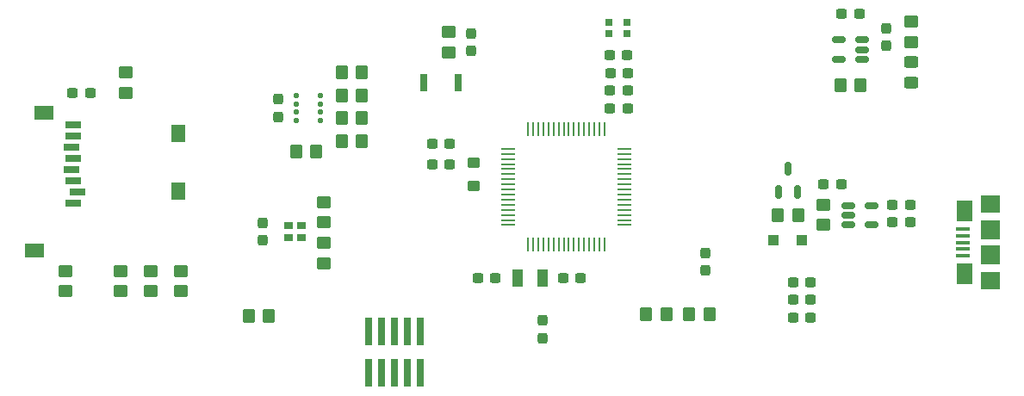
<source format=gbr>
%TF.GenerationSoftware,KiCad,Pcbnew,7.0.2-0*%
%TF.CreationDate,2024-03-04T00:44:33-08:00*%
%TF.ProjectId,EE156_4_Layer,45453135-365f-4345-9f4c-617965722e6b,rev?*%
%TF.SameCoordinates,Original*%
%TF.FileFunction,Paste,Top*%
%TF.FilePolarity,Positive*%
%FSLAX46Y46*%
G04 Gerber Fmt 4.6, Leading zero omitted, Abs format (unit mm)*
G04 Created by KiCad (PCBNEW 7.0.2-0) date 2024-03-04 00:44:33*
%MOMM*%
%LPD*%
G01*
G04 APERTURE LIST*
G04 Aperture macros list*
%AMRoundRect*
0 Rectangle with rounded corners*
0 $1 Rounding radius*
0 $2 $3 $4 $5 $6 $7 $8 $9 X,Y pos of 4 corners*
0 Add a 4 corners polygon primitive as box body*
4,1,4,$2,$3,$4,$5,$6,$7,$8,$9,$2,$3,0*
0 Add four circle primitives for the rounded corners*
1,1,$1+$1,$2,$3*
1,1,$1+$1,$4,$5*
1,1,$1+$1,$6,$7*
1,1,$1+$1,$8,$9*
0 Add four rect primitives between the rounded corners*
20,1,$1+$1,$2,$3,$4,$5,0*
20,1,$1+$1,$4,$5,$6,$7,0*
20,1,$1+$1,$6,$7,$8,$9,0*
20,1,$1+$1,$8,$9,$2,$3,0*%
G04 Aperture macros list end*
%ADD10R,0.660400X2.768600*%
%ADD11R,1.346200X0.279400*%
%ADD12R,0.279400X1.346200*%
%ADD13RoundRect,0.250000X0.450000X-0.350000X0.450000X0.350000X-0.450000X0.350000X-0.450000X-0.350000X0*%
%ADD14RoundRect,0.237500X0.237500X-0.300000X0.237500X0.300000X-0.237500X0.300000X-0.237500X-0.300000X0*%
%ADD15R,0.800000X1.700000*%
%ADD16R,1.000000X1.800000*%
%ADD17RoundRect,0.250000X0.300000X0.300000X-0.300000X0.300000X-0.300000X-0.300000X0.300000X-0.300000X0*%
%ADD18RoundRect,0.125000X-0.137500X0.125000X-0.137500X-0.125000X0.137500X-0.125000X0.137500X0.125000X0*%
%ADD19R,0.812800X0.660400*%
%ADD20RoundRect,0.150000X-0.512500X-0.150000X0.512500X-0.150000X0.512500X0.150000X-0.512500X0.150000X0*%
%ADD21RoundRect,0.150000X0.512500X0.150000X-0.512500X0.150000X-0.512500X-0.150000X0.512500X-0.150000X0*%
%ADD22RoundRect,0.250000X-0.450000X0.350000X-0.450000X-0.350000X0.450000X-0.350000X0.450000X0.350000X0*%
%ADD23RoundRect,0.250000X0.350000X0.450000X-0.350000X0.450000X-0.350000X-0.450000X0.350000X-0.450000X0*%
%ADD24RoundRect,0.250000X-0.350000X-0.450000X0.350000X-0.450000X0.350000X0.450000X-0.350000X0.450000X0*%
%ADD25RoundRect,0.150000X0.150000X-0.512500X0.150000X0.512500X-0.150000X0.512500X-0.150000X-0.512500X0*%
%ADD26RoundRect,0.250000X-0.350000X0.275000X-0.350000X-0.275000X0.350000X-0.275000X0.350000X0.275000X0*%
%ADD27R,1.900000X1.400000*%
%ADD28R,1.400000X1.800000*%
%ADD29R,1.500000X0.800000*%
%ADD30R,1.900000X1.800000*%
%ADD31R,1.900000X1.900000*%
%ADD32R,1.600000X2.100000*%
%ADD33R,1.350000X0.400000*%
%ADD34RoundRect,0.250000X0.450000X-0.325000X0.450000X0.325000X-0.450000X0.325000X-0.450000X-0.325000X0*%
%ADD35R,0.700000X0.700000*%
%ADD36RoundRect,0.237500X-0.237500X0.300000X-0.237500X-0.300000X0.237500X-0.300000X0.237500X0.300000X0*%
%ADD37RoundRect,0.237500X-0.300000X-0.237500X0.300000X-0.237500X0.300000X0.237500X-0.300000X0.237500X0*%
%ADD38RoundRect,0.237500X0.300000X0.237500X-0.300000X0.237500X-0.300000X-0.237500X0.300000X-0.237500X0*%
G04 APERTURE END LIST*
D10*
%TO.C,J4*%
X194500000Y-122460004D03*
X194500000Y-126500000D03*
X193230000Y-122460004D03*
X193230000Y-126500000D03*
X191960000Y-122460004D03*
X191960000Y-126500000D03*
X190690000Y-122460004D03*
X190690000Y-126500000D03*
X189420000Y-122460004D03*
X189420000Y-126500000D03*
%TD*%
D11*
%TO.C,U1*%
X203146200Y-112000000D03*
X203146200Y-111500001D03*
X203146200Y-111000000D03*
X203146200Y-110500001D03*
X203146200Y-109999999D03*
X203146200Y-109500000D03*
X203146200Y-109000001D03*
X203146200Y-108500000D03*
X203146200Y-108000000D03*
X203146200Y-107499999D03*
X203146200Y-107000000D03*
X203146200Y-106500001D03*
X203146200Y-105999999D03*
X203146200Y-105500000D03*
X203146200Y-104999999D03*
X203146200Y-104500000D03*
D12*
X205073100Y-102573100D03*
X205573099Y-102573100D03*
X206073100Y-102573100D03*
X206573099Y-102573100D03*
X207073101Y-102573100D03*
X207573100Y-102573100D03*
X208073099Y-102573100D03*
X208573100Y-102573100D03*
X209073100Y-102573100D03*
X209573101Y-102573100D03*
X210073100Y-102573100D03*
X210573099Y-102573100D03*
X211073101Y-102573100D03*
X211573100Y-102573100D03*
X212073101Y-102573100D03*
X212573100Y-102573100D03*
D11*
X214500000Y-104500000D03*
X214500000Y-104999999D03*
X214500000Y-105500000D03*
X214500000Y-105999999D03*
X214500000Y-106500001D03*
X214500000Y-107000000D03*
X214500000Y-107499999D03*
X214500000Y-108000000D03*
X214500000Y-108500000D03*
X214500000Y-109000001D03*
X214500000Y-109500000D03*
X214500000Y-109999999D03*
X214500000Y-110500001D03*
X214500000Y-111000000D03*
X214500000Y-111500001D03*
X214500000Y-112000000D03*
D12*
X212573100Y-113926900D03*
X212073101Y-113926900D03*
X211573100Y-113926900D03*
X211073101Y-113926900D03*
X210573099Y-113926900D03*
X210073100Y-113926900D03*
X209573101Y-113926900D03*
X209073100Y-113926900D03*
X208573100Y-113926900D03*
X208073099Y-113926900D03*
X207573100Y-113926900D03*
X207073101Y-113926900D03*
X206573099Y-113926900D03*
X206073100Y-113926900D03*
X205573099Y-113926900D03*
X205073100Y-113926900D03*
%TD*%
D13*
%TO.C,R3*%
X197250000Y-95000000D03*
X197250000Y-93000000D03*
%TD*%
D14*
%TO.C,C6*%
X199500000Y-94862500D03*
X199500000Y-93137500D03*
%TD*%
D15*
%TO.C,S1*%
X198200000Y-98000000D03*
X194800000Y-98000000D03*
%TD*%
D16*
%TO.C,X1*%
X204000000Y-117250000D03*
X206500000Y-117250000D03*
%TD*%
D17*
%TO.C,D2*%
X232000000Y-113500000D03*
X229200000Y-113500000D03*
%TD*%
D18*
%TO.C,U6*%
X182312500Y-99300000D03*
X182312500Y-100100000D03*
X182312500Y-100900000D03*
X182312500Y-101700000D03*
X184687500Y-101700000D03*
X184687500Y-100900000D03*
X184687500Y-100100000D03*
X184687500Y-99300000D03*
%TD*%
D19*
%TO.C,U4*%
X182750000Y-112050002D03*
X182750000Y-113250000D03*
X181556200Y-113250000D03*
X181556200Y-112050002D03*
%TD*%
D20*
%TO.C,U3*%
X238862500Y-110100000D03*
X238862500Y-112000000D03*
X236587500Y-112000000D03*
X236587500Y-111050000D03*
X236587500Y-110100000D03*
%TD*%
D21*
%TO.C,U2*%
X235612500Y-95700000D03*
X235612500Y-93800000D03*
X237887500Y-93800000D03*
X237887500Y-94750000D03*
X237887500Y-95700000D03*
%TD*%
D13*
%TO.C,R22*%
X185000000Y-113750000D03*
X185000000Y-115750000D03*
%TD*%
D22*
%TO.C,R21*%
X185000000Y-111750000D03*
X185000000Y-109750000D03*
%TD*%
D13*
%TO.C,R18*%
X170900000Y-116500000D03*
X170900000Y-118500000D03*
%TD*%
%TO.C,R17*%
X167950000Y-116500000D03*
X167950000Y-118500000D03*
%TD*%
%TO.C,R16*%
X165000000Y-116500000D03*
X165000000Y-118500000D03*
%TD*%
%TO.C,R15*%
X159550000Y-116500000D03*
X159550000Y-118500000D03*
%TD*%
D23*
%TO.C,R14*%
X186750000Y-99250000D03*
X188750000Y-99250000D03*
%TD*%
%TO.C,R13*%
X186750000Y-101500000D03*
X188750000Y-101500000D03*
%TD*%
%TO.C,R12*%
X186750000Y-103750000D03*
X188750000Y-103750000D03*
%TD*%
D24*
%TO.C,R11*%
X184250000Y-104750000D03*
X182250000Y-104750000D03*
%TD*%
D22*
%TO.C,R10*%
X165500000Y-99000000D03*
X165500000Y-97000000D03*
%TD*%
D24*
%TO.C,R9*%
X188750000Y-97000000D03*
X186750000Y-97000000D03*
%TD*%
D23*
%TO.C,R8*%
X235750000Y-98250000D03*
X237750000Y-98250000D03*
%TD*%
D13*
%TO.C,R7*%
X234112500Y-110000000D03*
X234112500Y-112000000D03*
%TD*%
D22*
%TO.C,R6*%
X242750000Y-93975000D03*
X242750000Y-91975000D03*
%TD*%
D23*
%TO.C,R5*%
X229612500Y-111000000D03*
X231612500Y-111000000D03*
%TD*%
%TO.C,R4*%
X177600000Y-120900000D03*
X179600000Y-120900000D03*
%TD*%
D24*
%TO.C,R2*%
X218650000Y-120800000D03*
X216650000Y-120800000D03*
%TD*%
%TO.C,R1*%
X222900000Y-120800000D03*
X220900000Y-120800000D03*
%TD*%
D25*
%TO.C,Q1*%
X230612500Y-106500000D03*
X231562500Y-108775000D03*
X229662500Y-108775000D03*
%TD*%
D26*
%TO.C,L1*%
X199750000Y-108150000D03*
X199750000Y-105850000D03*
%TD*%
D27*
%TO.C,J14*%
X156500000Y-114500000D03*
X157500000Y-100990000D03*
D28*
X170650000Y-102950000D03*
X170650000Y-108650000D03*
D29*
X160350000Y-102140000D03*
X160350000Y-103240000D03*
X160150000Y-104340000D03*
X160350000Y-105440000D03*
X160150000Y-106540000D03*
X160350000Y-107640000D03*
X160750000Y-108740000D03*
X160350000Y-109840000D03*
%TD*%
D30*
%TO.C,J10*%
X250500000Y-117500000D03*
X250500000Y-109900000D03*
D31*
X250500000Y-114900000D03*
X250500000Y-112500000D03*
D32*
X247950000Y-116800000D03*
X247950000Y-110600000D03*
D33*
X247825000Y-115000000D03*
X247825000Y-113050000D03*
X247825000Y-112400000D03*
X247825000Y-114350000D03*
X247825000Y-113700000D03*
%TD*%
D34*
%TO.C,D3*%
X242750000Y-95950000D03*
X242750000Y-98000000D03*
%TD*%
D35*
%TO.C,D1*%
X213000000Y-93200000D03*
X213000000Y-92100000D03*
X214830000Y-92100000D03*
X214830000Y-93200000D03*
%TD*%
D36*
%TO.C,C22*%
X180500000Y-101362500D03*
X180500000Y-99637500D03*
%TD*%
D37*
%TO.C,C21*%
X162000000Y-99000000D03*
X160275000Y-99000000D03*
%TD*%
D36*
%TO.C,C20*%
X179000000Y-113500000D03*
X179000000Y-111775000D03*
%TD*%
D37*
%TO.C,C19*%
X242612500Y-111750000D03*
X240887500Y-111750000D03*
%TD*%
%TO.C,C18*%
X242612500Y-109990000D03*
X240887500Y-109990000D03*
%TD*%
D36*
%TO.C,C17*%
X240250000Y-94362500D03*
X240250000Y-92637500D03*
%TD*%
D37*
%TO.C,C16*%
X232862500Y-121100000D03*
X231137500Y-121100000D03*
%TD*%
%TO.C,C15*%
X232862500Y-119300000D03*
X231137500Y-119300000D03*
%TD*%
D38*
%TO.C,C14*%
X234112500Y-108000000D03*
X235837500Y-108000000D03*
%TD*%
D37*
%TO.C,C13*%
X232825000Y-117600000D03*
X231100000Y-117600000D03*
%TD*%
D36*
%TO.C,C12*%
X206500000Y-123112500D03*
X206500000Y-121387500D03*
%TD*%
D37*
%TO.C,C11*%
X237612500Y-91250000D03*
X235887500Y-91250000D03*
%TD*%
D38*
%TO.C,C10*%
X195637500Y-106000000D03*
X197362500Y-106000000D03*
%TD*%
%TO.C,C9*%
X195637500Y-104000000D03*
X197362500Y-104000000D03*
%TD*%
D37*
%TO.C,C8*%
X214862500Y-98750000D03*
X213137500Y-98750000D03*
%TD*%
%TO.C,C7*%
X214862500Y-100500000D03*
X213137500Y-100500000D03*
%TD*%
%TO.C,C5*%
X214875000Y-97050000D03*
X213150000Y-97050000D03*
%TD*%
%TO.C,C4*%
X214825000Y-95250000D03*
X213100000Y-95250000D03*
%TD*%
D36*
%TO.C,C3*%
X222500000Y-116475000D03*
X222500000Y-114750000D03*
%TD*%
D38*
%TO.C,C2*%
X208500000Y-117250000D03*
X210225000Y-117250000D03*
%TD*%
D37*
%TO.C,C1*%
X201862500Y-117250000D03*
X200137500Y-117250000D03*
%TD*%
M02*

</source>
